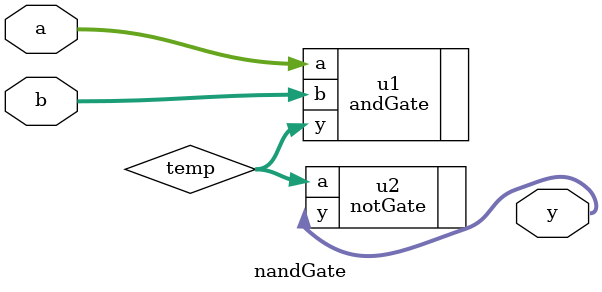
<source format=v>
module nandG (
    input  a,
    input  b,
    output y
);
    wire temp;
    and u1 (temp, a, b);   // temp = a & b
    not u2 (y, temp);      // y = ~temp
endmodule

module nandGate #(parameter N=32)(
  input  [N-1:0] a,
  input  [N-1:0] b,
  output  [N-1:0] y
);

    wire [N-1 : 0] temp;
    andGate u1 (.a(a), .b(b), .y(temp));
    notGate u2(.a(temp), .y(y));
endmodule
</source>
